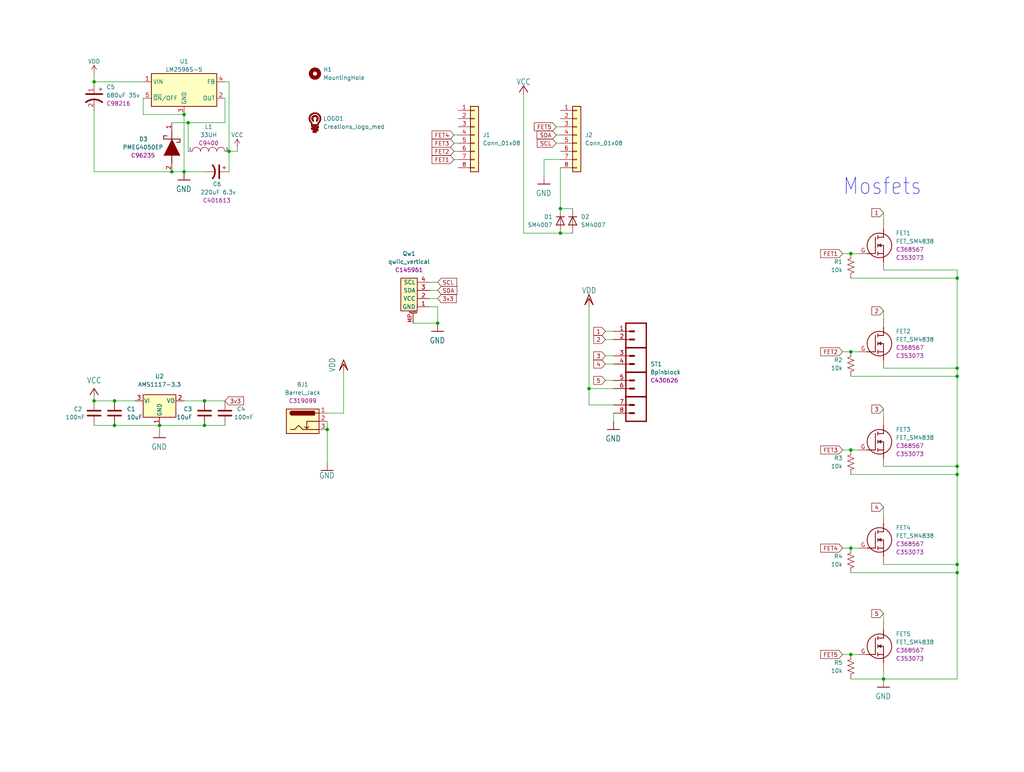
<source format=kicad_sch>
(kicad_sch (version 20211123) (generator eeschema)
  (paper "User" 317.957 239.649)
  (lib_symbols
    (symbol "Austins creations:680uF 35v"
      (property "Reference" "C" (at 0 16.51 0))
      (property "Value" "680uF 35v" (at 0 13.97 0))
      (property "part #" "C98216" (at 0 11.43 0))
      (symbol "680uF 35v_1_1"
        (pin passive line (at 0 3.81 270) (length 2.54) (name "~") (number "1"))
        (pin passive line (at 0 -3.81 90) (length 3.302) (name "~") (number "2"))
      )
    )
    (symbol "Austins creations:8pinblock"
      (property "Reference" "ST" (at -8.89 2.54 0))
      (property "Value" "8pinblock" (at -8.89 0 0))
      (property "part #" "C430626" (at -8.89 -2.54 0))
      (symbol "8pinblock_1_0"
        (pin bidirectional line (at 7.62 12.7 180) (length 5.08) (name "1") (number "1"))
        (pin bidirectional line (at 7.62 10.16 180) (length 5.08) (name "2") (number "2"))
        (pin bidirectional line (at 7.62 5.08 180) (length 5.08) (name "3") (number "3"))
        (pin bidirectional line (at 7.62 2.54 180) (length 5.08) (name "4") (number "4"))
        (pin bidirectional line (at 7.62 -2.54 180) (length 5.08) (name "5") (number "5"))
        (pin bidirectional line (at 7.62 -5.08 180) (length 5.08) (name "6") (number "6"))
        (pin bidirectional line (at 7.62 -10.16 180) (length 5.08) (name "7") (number "7"))
        (pin bidirectional line (at 7.62 -12.7 180) (length 5.08) (name "8") (number "8"))
      )
    )
    (symbol "Austins creations:Barrel_Jack"
      (property "Reference" "BJ" (at -11.43 2.54 0))
      (property "Value" "Barrel_Jack" (at -11.43 0 0))
      (property "part #" "C319099" (at -11.43 -2.54 0))
      (symbol "Barrel_Jack_1_1"
        (pin passive line (at 7.62 2.54 180) (length 2.54) (name "~") (number "1"))
        (pin passive line (at 7.62 0 180) (length 2.54) (name "~") (number "2"))
        (pin passive line (at 7.62 -2.54 180) (length 2.54) (name "~") (number "3"))
      )
    )
    (symbol "Austins creations:FET_SM4838"
      (property "Reference" "FET" (at 10.16 1.27 0))
      (property "Value" "FET_SM4838" (at 10.16 -1.27 0))
      (property "part #" "C368567" (at 10.16 -3.81 0))
      (property "part # ex" "C353073" (at 10.16 -6.35 0))
      (symbol "FET_SM4838_1_0"
        (pin bidirectional line (at 1.27 7.62 270) (length 2.54) (name "D") (number "D"))
        (pin bidirectional line (at -6.35 -2.54 0) (length 2.54) (name "G") (number "G"))
        (pin bidirectional line (at 1.27 -7.62 90) (length 2.54) (name "S") (number "S"))
      )
    )
    (symbol "Austins creations:PMEG4050EP"
      (property "Reference" "D" (at 0 8.89 0))
      (property "Value" "PMEG4050EP" (at 0 6.35 0))
      (property "part #" "C96235" (at 0 3.81 0))
      (symbol "PMEG4050EP_1_0"
        (pin bidirectional line (at -7.62 0 0) (length 2.54) (name "K") (number "1"))
        (pin bidirectional line (at 7.62 0 180) (length 2.54) (name "A") (number "2"))
      )
    )
    (symbol "Austins creations:qwiic_vertical"
      (property "Reference" "Qw" (at 0 11.43 0))
      (property "Value" "qwiic_vertical" (at 0 8.89 0))
      (property "part #" "C145961" (at 0 6.35 0))
      (symbol "qwiic_vertical_1_1"
        (text "Mounting" (at 1.27 -5.461 0) (effects (font (size 0.381 0.381))))
        (pin passive line (at -3.81 -3.81 0) (length 3.81) (name "GND") (number "1"))
        (pin passive line (at -3.81 -1.27 0) (length 3.81) (name "VCC") (number "2"))
        (pin passive line (at -3.81 1.27 0) (length 3.81) (name "SDA") (number "3"))
        (pin passive line (at -3.81 3.81 0) (length 3.81) (name "SCL") (number "4"))
        (pin passive line (at 1.27 -8.89 90) (length 3.048) (name "") (number "MP"))
      )
    )
    (symbol "Connector_Generic:Conn_01x08" (pin_names (offset 1.016) hide)
      (property "Reference" "J" (at 0 10.16 0))
      (property "Value" "Conn_01x08" (at 0 -12.7 0))
      (symbol "Conn_01x08_1_1"
        (pin passive line (at -5.08 7.62 0) (length 3.81) (name "Pin_1") (number "1"))
        (pin passive line (at -5.08 5.08 0) (length 3.81) (name "Pin_2") (number "2"))
        (pin passive line (at -5.08 2.54 0) (length 3.81) (name "Pin_3") (number "3"))
        (pin passive line (at -5.08 0 0) (length 3.81) (name "Pin_4") (number "4"))
        (pin passive line (at -5.08 -2.54 0) (length 3.81) (name "Pin_5") (number "5"))
        (pin passive line (at -5.08 -5.08 0) (length 3.81) (name "Pin_6") (number "6"))
        (pin passive line (at -5.08 -7.62 0) (length 3.81) (name "Pin_7") (number "7"))
        (pin passive line (at -5.08 -10.16 0) (length 3.81) (name "Pin_8") (number "8"))
      )
    )
    (symbol "Device:C" (pin_numbers hide) (pin_names (offset 0.254))
      (property "Reference" "C" (at 0.635 2.54 0))
      (property "Value" "C" (at 0.635 -2.54 0))
      (symbol "C_1_1"
        (pin passive line (at 0 3.81 270) (length 2.794) (name "~") (number "1"))
        (pin passive line (at 0 -3.81 90) (length 2.794) (name "~") (number "2"))
      )
    )
    (symbol "Device:C_Polarized_US" (pin_numbers hide) (pin_names (offset 0.254) hide)
      (property "Reference" "C" (at 0.635 2.54 0))
      (property "Value" "C_Polarized_US" (at 0.635 -2.54 0))
      (symbol "C_Polarized_US_1_1"
        (pin passive line (at 0 3.81 270) (length 2.794) (name "~") (number "1"))
        (pin passive line (at 0 -3.81 90) (length 3.302) (name "~") (number "2"))
      )
    )
    (symbol "Device:R_US" (pin_numbers hide) (pin_names (offset 0))
      (property "Reference" "R" (at 2.54 0 90))
      (property "Value" "R_US" (at -2.54 0 90))
      (symbol "R_US_1_1"
        (pin passive line (at 0 3.81 270) (length 1.27) (name "~") (number "1"))
        (pin passive line (at 0 -3.81 90) (length 1.27) (name "~") (number "2"))
      )
    )
    (symbol "Diode:SM4007" (pin_numbers hide) (pin_names (offset 1.016) hide)
      (property "Reference" "D" (at 0 2.54 0))
      (property "Value" "SM4007" (at 0 -2.54 0))
      (symbol "SM4007_1_1"
        (pin passive line (at -3.81 0 0) (length 2.54) (name "K") (number "1"))
        (pin passive line (at 3.81 0 180) (length 2.54) (name "A") (number "2"))
      )
    )
    (symbol "Mechanical:MountingHole" (pin_names (offset 1.016))
      (property "Reference" "H" (at 0 5.08 0))
      (property "Value" "MountingHole" (at 0 3.175 0))
    )
    (symbol "PWM sheild d1 mini v1-eagle-import:GND" (power)
      (property "Value" "GND" (at -2.54 -2.54 0))
      (symbol "GND_1_0"
        (pin power_in line (at 0 2.54 270) (length 2.54) (name "GND") (number "1"))
      )
    )
    (symbol "PWM sheild d1 mini v1-eagle-import:VCC" (power)
      (property "Value" "VCC" (at -2.54 -2.54 90))
      (symbol "VCC_1_0"
        (pin power_in line (at 0 -2.54 90) (length 2.54) (name "VCC") (number "1"))
      )
    )
    (symbol "PWM sheild d1 mini v1-eagle-import:VDD" (power)
      (property "Value" "VDD" (at -2.54 -2.54 90))
      (symbol "VDD_1_0"
        (pin power_in line (at 0 -2.54 90) (length 2.54) (name "VDD") (number "1"))
      )
    )
    (symbol "Regulator_Linear:AMS1117-3.3" (pin_names (offset 0.254))
      (property "Reference" "U" (at -3.81 3.175 0))
      (property "Value" "AMS1117-3.3" (at 0 3.175 0))
      (symbol "AMS1117-3.3_1_1"
        (pin power_in line (at 0 -7.62 90) (length 2.54) (name "GND") (number "1"))
        (pin power_out line (at 7.62 0 180) (length 2.54) (name "VO") (number "2"))
        (pin power_in line (at -7.62 0 0) (length 2.54) (name "VI") (number "3"))
      )
    )
    (symbol "Regulator_Switching:LM2596S-5"
      (property "Reference" "U" (at -10.16 6.35 0))
      (property "Value" "LM2596S-5" (at 0 6.35 0))
      (symbol "LM2596S-5_1_1"
        (pin power_in line (at -12.7 2.54 0) (length 2.54) (name "VIN") (number "1"))
        (pin output line (at 12.7 -2.54 180) (length 2.54) (name "OUT") (number "2"))
        (pin power_in line (at 0 -7.62 90) (length 2.54) (name "GND") (number "3"))
        (pin input line (at 12.7 2.54 180) (length 2.54) (name "FB") (number "4"))
        (pin input line (at -12.7 -2.54 0) (length 2.54) (name "~{ON}/OFF") (number "5"))
      )
    )
    (symbol "logos:Creations_logo_med"
      (property "Reference" "LOGO" (at 0 6.35 0))
      (property "Value" "Creations_logo_med" (at 0 3.81 0))
    )
    (symbol "power:VCC" (power) (pin_names (offset 0))
      (property "Value" "VCC" (at 0 3.81 0))
      (symbol "VCC_1_1"
        (pin power_in line (at 0 0 90) (length 0) hide (name "VCC") (number "1"))
      )
    )
    (symbol "power:VDD" (power) (pin_names (offset 0))
      (property "Value" "VDD" (at 0 3.81 0))
      (symbol "VDD_1_1"
        (pin power_in line (at 0 0 90) (length 0) hide (name "VDD") (number "1"))
      )
    )
    (symbol "pspice:INDUCTOR" (pin_numbers hide) (pin_names (offset 0))
      (property "Reference" "L" (at 0 2.54 0))
      (property "Value" "INDUCTOR" (at 0 -1.27 0))
      (symbol "INDUCTOR_1_1"
        (pin input line (at -6.35 0 0) (length 1.27) (name "1") (number "1"))
        (pin input line (at 6.35 0 180) (length 1.27) (name "2") (number "2"))
      )
    )
  )
  (junction (at 264.16 139.7))
  (junction (at 63.5 124.46))
  (junction (at 297.18 177.8))
  (junction (at 274.32 210.82))
  (junction (at 135.89 100.33))
  (junction (at 264.16 109.22))
  (junction (at 173.99 64.77))
  (junction (at 57.15 35.56))
  (junction (at 101.6 133.35))
  (junction (at 35.56 124.46))
  (junction (at 297.18 86.36))
  (junction (at 297.18 175.26))
  (junction (at 57.15 53.34))
  (junction (at 53.34 53.34))
  (junction (at 29.21 25.4))
  (junction (at 173.99 72.39))
  (junction (at 35.56 132.08))
  (junction (at 63.5 132.08))
  (junction (at 297.18 114.3))
  (junction (at 49.53 132.08))
  (junction (at 264.16 203.2))
  (junction (at 182.88 120.65))
  (junction (at 71.12 46.99))
  (junction (at 297.18 116.84))
  (junction (at 29.21 124.46))
  (junction (at 264.16 78.74))
  (junction (at 264.16 170.18))
  (junction (at 58.42 38.1))
  (junction (at 297.18 144.78))
  (junction (at 297.18 147.32))
  (wire (pts (xy 44.45 35.56) (xy 57.15 35.56)))
  (wire (pts (xy 29.21 124.46) (xy 35.56 124.46)))
  (wire (pts (xy 58.42 38.1) (xy 69.85 38.1)))
  (wire (pts (xy 58.42 46.99) (xy 58.42 38.1)))
  (wire (pts (xy 29.21 53.34) (xy 53.34 53.34)))
  (wire (pts (xy 49.53 132.08) (xy 63.5 132.08)))
  (wire (pts (xy 274.32 175.26) (xy 297.18 175.26)))
  (wire (pts (xy 297.18 177.8) (xy 297.18 210.82)))
  (wire (pts (xy 71.12 46.99) (xy 71.12 53.34)))
  (wire (pts (xy 162.56 29.21) (xy 162.56 72.39)))
  (wire (pts (xy 264.16 116.84) (xy 297.18 116.84)))
  (wire (pts (xy 182.88 125.73) (xy 190.5 125.73)))
  (wire (pts (xy 297.18 177.8) (xy 297.18 175.26)))
  (wire (pts (xy 29.21 22.86) (xy 29.21 25.4)))
  (wire (pts (xy 133.35 92.71) (xy 135.89 92.71)))
  (wire (pts (xy 140.97 41.91) (xy 142.24 41.91)))
  (wire (pts (xy 261.62 78.74) (xy 264.16 78.74)))
  (wire (pts (xy 44.45 25.4) (xy 29.21 25.4)))
  (wire (pts (xy 172.72 39.37) (xy 173.99 39.37)))
  (wire (pts (xy 101.6 128.27) (xy 106.68 128.27)))
  (wire (pts (xy 274.32 193.04) (xy 274.32 190.5)))
  (wire (pts (xy 264.16 86.36) (xy 297.18 86.36)))
  (wire (pts (xy 264.16 177.8) (xy 297.18 177.8)))
  (wire (pts (xy 29.21 132.08) (xy 35.56 132.08)))
  (wire (pts (xy 264.16 170.18) (xy 266.7 170.18)))
  (wire (pts (xy 177.8 64.77) (xy 173.99 64.77)))
  (wire (pts (xy 190.5 113.03) (xy 187.96 113.03)))
  (wire (pts (xy 133.35 95.25) (xy 135.89 95.25)))
  (wire (pts (xy 297.18 116.84) (xy 297.18 114.3)))
  (wire (pts (xy 71.12 25.4) (xy 71.12 46.99)))
  (wire (pts (xy 274.32 144.78) (xy 297.18 144.78)))
  (wire (pts (xy 29.21 123.19) (xy 29.21 124.46)))
  (wire (pts (xy 101.6 130.81) (xy 101.6 133.35)))
  (wire (pts (xy 261.62 139.7) (xy 264.16 139.7)))
  (wire (pts (xy 264.16 109.22) (xy 266.7 109.22)))
  (wire (pts (xy 140.97 46.99) (xy 142.24 46.99)))
  (wire (pts (xy 274.32 114.3) (xy 297.18 114.3)))
  (wire (pts (xy 168.91 49.53) (xy 168.91 54.61)))
  (wire (pts (xy 190.5 102.87) (xy 187.96 102.87)))
  (wire (pts (xy 297.18 147.32) (xy 297.18 144.78)))
  (wire (pts (xy 128.27 100.33) (xy 135.89 100.33)))
  (wire (pts (xy 29.21 34.29) (xy 29.21 53.34)))
  (wire (pts (xy 140.97 44.45) (xy 142.24 44.45)))
  (wire (pts (xy 274.32 160.02) (xy 274.32 157.48)))
  (wire (pts (xy 264.16 147.32) (xy 297.18 147.32)))
  (wire (pts (xy 29.21 25.4) (xy 29.21 26.67)))
  (wire (pts (xy 190.5 105.41) (xy 187.96 105.41)))
  (wire (pts (xy 133.35 87.63) (xy 135.89 87.63)))
  (wire (pts (xy 140.97 49.53) (xy 142.24 49.53)))
  (wire (pts (xy 264.16 203.2) (xy 266.7 203.2)))
  (wire (pts (xy 297.18 116.84) (xy 297.18 144.78)))
  (wire (pts (xy 57.15 53.34) (xy 63.5 53.34)))
  (wire (pts (xy 73.66 46.99) (xy 71.12 46.99)))
  (wire (pts (xy 274.32 99.06) (xy 274.32 96.52)))
  (wire (pts (xy 133.35 90.17) (xy 135.89 90.17)))
  (wire (pts (xy 182.88 120.65) (xy 182.88 125.73)))
  (wire (pts (xy 73.66 45.72) (xy 73.66 46.99)))
  (wire (pts (xy 44.45 30.48) (xy 44.45 35.56)))
  (wire (pts (xy 172.72 41.91) (xy 173.99 41.91)))
  (wire (pts (xy 35.56 124.46) (xy 41.91 124.46)))
  (wire (pts (xy 190.5 110.49) (xy 187.96 110.49)))
  (wire (pts (xy 172.72 44.45) (xy 173.99 44.45)))
  (wire (pts (xy 173.99 52.07) (xy 173.99 64.77)))
  (wire (pts (xy 162.56 72.39) (xy 173.99 72.39)))
  (wire (pts (xy 297.18 86.36) (xy 297.18 114.3)))
  (wire (pts (xy 173.99 72.39) (xy 177.8 72.39)))
  (wire (pts (xy 57.15 35.56) (xy 57.15 53.34)))
  (wire (pts (xy 106.68 128.27) (xy 106.68 115.57)))
  (wire (pts (xy 261.62 170.18) (xy 264.16 170.18)))
  (wire (pts (xy 69.85 38.1) (xy 69.85 30.48)))
  (wire (pts (xy 63.5 132.08) (xy 69.85 132.08)))
  (wire (pts (xy 264.16 210.82) (xy 274.32 210.82)))
  (wire (pts (xy 297.18 83.82) (xy 274.32 83.82)))
  (wire (pts (xy 264.16 78.74) (xy 266.7 78.74)))
  (wire (pts (xy 190.5 118.11) (xy 187.96 118.11)))
  (wire (pts (xy 182.88 120.65) (xy 182.88 95.25)))
  (wire (pts (xy 53.34 38.1) (xy 58.42 38.1)))
  (wire (pts (xy 274.32 129.54) (xy 274.32 127)))
  (wire (pts (xy 297.18 86.36) (xy 297.18 83.82)))
  (wire (pts (xy 63.5 124.46) (xy 69.85 124.46)))
  (wire (pts (xy 264.16 139.7) (xy 266.7 139.7)))
  (wire (pts (xy 173.99 49.53) (xy 168.91 49.53)))
  (wire (pts (xy 261.62 203.2) (xy 264.16 203.2)))
  (wire (pts (xy 135.89 95.25) (xy 135.89 100.33)))
  (wire (pts (xy 57.15 124.46) (xy 63.5 124.46)))
  (wire (pts (xy 274.32 208.28) (xy 274.32 210.82)))
  (wire (pts (xy 35.56 132.08) (xy 49.53 132.08)))
  (wire (pts (xy 53.34 53.34) (xy 57.15 53.34)))
  (wire (pts (xy 101.6 133.35) (xy 101.6 143.51)))
  (wire (pts (xy 274.32 68.58) (xy 274.32 66.04)))
  (wire (pts (xy 190.5 128.27) (xy 190.5 130.81)))
  (wire (pts (xy 261.62 109.22) (xy 264.16 109.22)))
  (wire (pts (xy 182.88 120.65) (xy 190.5 120.65)))
  (wire (pts (xy 274.32 210.82) (xy 297.18 210.82)))
  (wire (pts (xy 49.53 133.35) (xy 49.53 132.08)))
  (wire (pts (xy 69.85 25.4) (xy 71.12 25.4)))
  (wire (pts (xy 297.18 147.32) (xy 297.18 175.26)))
  (text "Mosfets" (at 261.62 60.96 180) (effects (font (size 5.08 4.318)) (justify left bottom)))
  (global_label "FET1" (shape input) (at 140.97 49.53 180) (property "Intersheet References" "${INTERSHEET_REFS}" (effects hide)))
  (global_label "4" (shape input) (at 274.32 157.48 180) (property "Intersheet References" "${INTERSHEET_REFS}" (effects hide)))
  (global_label "FET2" (shape input) (at 261.62 109.22 180) (property "Intersheet References" "${INTERSHEET_REFS}" (effects hide)))
  (global_label "1" (shape input) (at 274.32 66.04 180) (property "Intersheet References" "${INTERSHEET_REFS}" (effects hide)))
  (global_label "SDA" (shape input) (at 172.72 41.91 180) (property "Intersheet References" "${INTERSHEET_REFS}" (effects hide)))
  (global_label "5" (shape input) (at 274.32 190.5 180) (property "Intersheet References" "${INTERSHEET_REFS}" (effects hide)))
  (global_label "3v3" (shape input) (at 69.85 124.46 0) (property "Intersheet References" "${INTERSHEET_REFS}" (effects hide)))
  (global_label "FET3" (shape input) (at 261.62 139.7 180) (property "Intersheet References" "${INTERSHEET_REFS}" (effects hide)))
  (global_label "3" (shape input) (at 274.32 127 180) (property "Intersheet References" "${INTERSHEET_REFS}" (effects hide)))
  (global_label "3" (shape input) (at 187.96 110.49 180) (property "Intersheet References" "${INTERSHEET_REFS}" (effects hide)))
  (global_label "1" (shape input) (at 187.96 102.87 180) (property "Intersheet References" "${INTERSHEET_REFS}" (effects hide)))
  (global_label "4" (shape input) (at 187.96 113.03 180) (property "Intersheet References" "${INTERSHEET_REFS}" (effects hide)))
  (global_label "FET2" (shape input) (at 140.97 46.99 180) (property "Intersheet References" "${INTERSHEET_REFS}" (effects hide)))
  (global_label "SDA" (shape input) (at 135.89 90.17 0) (property "Intersheet References" "${INTERSHEET_REFS}" (effects hide)))
  (global_label "FET5" (shape input) (at 172.72 39.37 180) (property "Intersheet References" "${INTERSHEET_REFS}" (effects hide)))
  (global_label "SCL" (shape input) (at 135.89 87.63 0) (property "Intersheet References" "${INTERSHEET_REFS}" (effects hide)))
  (global_label "2" (shape input) (at 187.96 105.41 180) (property "Intersheet References" "${INTERSHEET_REFS}" (effects hide)))
  (global_label "FET4" (shape input) (at 140.97 41.91 180) (property "Intersheet References" "${INTERSHEET_REFS}" (effects hide)))
  (global_label "2" (shape input) (at 274.32 96.52 180) (property "Intersheet References" "${INTERSHEET_REFS}" (effects hide)))
  (global_label "FET5" (shape input) (at 261.62 203.2 180) (property "Intersheet References" "${INTERSHEET_REFS}" (effects hide)))
  (global_label "FET3" (shape input) (at 140.97 44.45 180) (property "Intersheet References" "${INTERSHEET_REFS}" (effects hide)))
  (global_label "FET4" (shape input) (at 261.62 170.18 180) (property "Intersheet References" "${INTERSHEET_REFS}" (effects hide)))
  (global_label "3v3" (shape input) (at 135.89 92.71 0) (property "Intersheet References" "${INTERSHEET_REFS}" (effects hide)))
  (global_label "FET1" (shape input) (at 261.62 78.74 180) (property "Intersheet References" "${INTERSHEET_REFS}" (effects hide)))
  (global_label "5" (shape input) (at 187.96 118.11 180) (property "Intersheet References" "${INTERSHEET_REFS}" (effects hide)))
  (global_label "SCL" (shape input) (at 172.72 44.45 180) (property "Intersheet References" "${INTERSHEET_REFS}" (effects hide)))
  (symbol (lib_id "PWM sheild d1 mini v1-eagle-import:GND") (at 135.89 102.87 0) (unit 1)
    (property "Reference" "#GND02" (effects hide))
    (property "Value" "GND" (at 133.35 106.68 0) (effects (font (size 1.778 1.5113)) (justify left bottom)))
  )
  (symbol (lib_id "PWM sheild d1 mini v1-eagle-import:GND") (at 274.32 213.36 0) (unit 1)
    (property "Reference" "#GND014" (effects hide))
    (property "Value" "GND" (at 271.78 217.17 0) (effects (font (size 1.778 1.5113)) (justify left bottom)))
  )
  (symbol (lib_id "Device:C") (at 69.85 128.27 0) (mirror y) (unit 1)
    (property "Reference" "C4" (at 76.2 127 0) (effects (justify left)))
    (property "Value" "100nF" (at 78.74 129.54 0) (effects (justify left)))
    (property "Footprint" "Capacitor_SMD:C_0603_1608Metric" (effects hide))
  )
  (symbol (lib_id "Device:C") (at 35.56 128.27 0) (unit 1)
    (property "Reference" "C1" (at 39.37 126.9999 0) (effects (justify left)))
    (property "Value" "10uF" (at 39.37 129.5399 0) (effects (justify left)))
    (property "Footprint" "Capacitor_SMD:C_0603_1608Metric" (effects hide))
  )
  (symbol (lib_id "Austins creations:qwiic_vertical") (at 129.54 91.44 0) (mirror y) (unit 1)
    (property "Reference" "Qw1" (at 127 78.74 0))
    (property "Value" "qwiic_vertical" (at 127 81.28 0))
    (property "Footprint" "Austins creations:qwiic vertical" (effects hide))
    (property "part #" "C145961" (at 127 83.82 0))
  )
  (symbol (lib_id "Device:C") (at 29.21 128.27 0) (unit 1)
    (property "Reference" "C2" (at 22.86 127 0) (effects (justify left)))
    (property "Value" "100nF" (at 20.32 129.54 0) (effects (justify left)))
    (property "Footprint" "Capacitor_SMD:C_0603_1608Metric" (effects hide))
  )
  (symbol (lib_id "Diode:SM4007") (at 173.99 68.58 90) (mirror x) (unit 1)
    (property "Reference" "D1" (at 168.91 67.31 90) (effects (justify right)))
    (property "Value" "SM4007" (at 163.83 69.85 90) (effects (justify right)))
    (property "Footprint" "Diode_SMD:D_SOD-123F" (effects hide))
    (property "Datasheet" "http://cdn-reichelt.de/documents/datenblatt/A400/SMD1N400%23DIO.pdf" (effects hide))
  )
  (symbol (lib_id "Device:R_US") (at 264.16 113.03 0) (mirror x) (unit 1)
    (property "Reference" "R2" (at 261.62 111.7599 0) (effects (justify right)))
    (property "Value" "10k" (at 261.62 114.2999 0) (effects (justify right)))
    (property "Footprint" "Resistor_SMD:R_0603_1608Metric" (effects hide))
  )
  (symbol (lib_id "Austins creations:FET_SM4838") (at 273.05 76.2 0) (unit 1)
    (property "Reference" "FET1" (at 278.13 72.3899 0) (effects (justify left)))
    (property "Value" "FET_SM4838" (at 278.13 74.9299 0) (effects (justify left)))
    (property "Footprint" "Austins creations:FET SM4838" (effects hide))
    (property "part #" "C368567" (at 278.13 77.4699 0) (effects (justify left)))
    (property "part # ex" "C353073" (at 278.13 80.0099 0) (effects (justify left)))
  )
  (symbol (lib_id "Regulator_Switching:LM2596S-5") (at 57.15 27.94 0) (unit 1)
    (property "Reference" "U1" (at 57.15 19.05 0))
    (property "Value" "LM2596S-5" (at 57.15 21.59 0))
    (property "Footprint" "Package_TO_SOT_SMD:TO-263-5_TabPin3" (effects hide))
    (property "Datasheet" "http://www.ti.com/lit/ds/symlink/lm2596.pdf" (effects hide))
  )
  (symbol (lib_id "PWM sheild d1 mini v1-eagle-import:GND") (at 57.15 55.88 0) (unit 1)
    (property "Reference" "#GND0103" (effects hide))
    (property "Value" "GND" (at 54.61 59.69 0) (effects (font (size 1.778 1.5113)) (justify left bottom)))
  )
  (symbol (lib_id "Connector_Generic:Conn_01x08") (at 179.07 41.91 0) (unit 1)
    (property "Reference" "J2" (at 181.61 41.9099 0) (effects (justify left)))
    (property "Value" "Conn_01x08" (at 181.61 44.4499 0) (effects (justify left)))
    (property "Footprint" "Connector_PinSocket_2.54mm:PinSocket_1x08_P2.54mm_Vertical" (effects hide))
  )
  (symbol (lib_id "Device:R_US") (at 264.16 143.51 0) (mirror x) (unit 1)
    (property "Reference" "R3" (at 261.62 142.2399 0) (effects (justify right)))
    (property "Value" "10k" (at 261.62 144.7799 0) (effects (justify right)))
    (property "Footprint" "Resistor_SMD:R_0603_1608Metric" (effects hide))
  )
  (symbol (lib_id "power:VDD") (at 29.21 22.86 0) (unit 1)
    (property "Reference" "#PWR01" (effects hide))
    (property "Value" "VDD" (at 29.21 19.05 0))
  )
  (symbol (lib_id "Device:R_US") (at 264.16 82.55 0) (mirror x) (unit 1)
    (property "Reference" "R1" (at 261.62 81.2799 0) (effects (justify right)))
    (property "Value" "10k" (at 261.62 83.8199 0) (effects (justify right)))
    (property "Footprint" "Resistor_SMD:R_0603_1608Metric" (effects hide))
  )
  (symbol (lib_id "PWM sheild d1 mini v1-eagle-import:VDD") (at 106.68 113.03 0) (unit 1)
    (property "Reference" "#VDD0102" (effects hide))
    (property "Value" "VDD" (at 104.14 115.57 90) (effects (font (size 1.778 1.5113)) (justify left bottom)))
  )
  (symbol (lib_id "pspice:INDUCTOR") (at 64.77 46.99 0) (unit 1)
    (property "Reference" "L1" (at 64.77 39.37 0))
    (property "Value" " 33UH" (at 64.77 41.91 0))
    (property "Footprint" "Inductor_SMD:L_12x12mm_H8mm" (effects hide))
    (property "part #" "C9400" (at 64.77 44.45 0))
  )
  (symbol (lib_id "PWM sheild d1 mini v1-eagle-import:GND") (at 49.53 135.89 0) (unit 1)
    (property "Reference" "#GND0104" (effects hide))
    (property "Value" "GND" (at 46.99 139.7 0) (effects (font (size 1.778 1.5113)) (justify left bottom)))
  )
  (symbol (lib_id "Mechanical:MountingHole") (at 97.79 22.86 0) (unit 1)
    (property "Reference" "H1" (at 100.33 21.5899 0) (effects (justify left)))
    (property "Value" "MountingHole" (at 100.33 24.1299 0) (effects (justify left)))
    (property "Footprint" "MountingHole:MountingHole_3.2mm_M3" (effects hide))
  )
  (symbol (lib_id "PWM sheild d1 mini v1-eagle-import:VCC") (at 29.21 120.65 0) (unit 1)
    (property "Reference" "#P+0101" (effects hide))
    (property "Value" "VCC" (at 29.21 118.11 0) (effects (font (size 1.778 1.5113))))
  )
  (symbol (lib_id "Device:C_Polarized_US") (at 67.31 53.34 270) (unit 1)
    (property "Reference" "C6" (at 66.04 57.15 90) (effects (justify left)))
    (property "Value" "220uF 6.3v" (at 62.23 59.69 90) (effects (justify left)))
    (property "Footprint" "Capacitor_SMD:CP_Elec_8x6.2" (effects hide))
    (property "part #" "C401613" (at 67.31 62.23 90))
  )
  (symbol (lib_id "Austins creations:8pinblock") (at 198.12 115.57 0) (mirror y) (unit 1)
    (property "Reference" "ST1" (at 201.93 113.0299 0) (effects (justify right)))
    (property "Value" "8pinblock" (at 201.93 115.5699 0) (effects (justify right)))
    (property "Footprint" "Austins creations:8pinblock" (effects hide))
    (property "part #" "C430626" (at 201.93 118.1099 0) (effects (justify right)))
  )
  (symbol (lib_id "Austins creations:680uF 35v") (at 29.21 30.48 0) (unit 1)
    (property "Reference" "C5" (at 33.02 27.0509 0) (effects (justify left)))
    (property "Value" "680uF 35v" (at 33.02 29.5909 0) (effects (justify left)))
    (property "Footprint" "Austins creations:large capacitor 12.5d 13.5h" (effects hide))
    (property "part #" "C98216" (at 33.02 32.1309 0) (effects (justify left)))
  )
  (symbol (lib_id "Connector_Generic:Conn_01x08") (at 147.32 41.91 0) (unit 1)
    (property "Reference" "J1" (at 149.86 41.9099 0) (effects (justify left)))
    (property "Value" "Conn_01x08" (at 149.86 44.4499 0) (effects (justify left)))
    (property "Footprint" "Connector_PinSocket_2.54mm:PinSocket_1x08_P2.54mm_Vertical" (effects hide))
  )
  (symbol (lib_id "Austins creations:FET_SM4838") (at 273.05 137.16 0) (unit 1)
    (property "Reference" "FET3" (at 278.13 133.3499 0) (effects (justify left)))
    (property "Value" "FET_SM4838" (at 278.13 135.8899 0) (effects (justify left)))
    (property "Footprint" "Austins creations:FET SM4838" (effects hide))
    (property "part #" "C368567" (at 278.13 138.4299 0) (effects (justify left)))
    (property "part # ex" "C353073" (at 278.13 140.9699 0) (effects (justify left)))
  )
  (symbol (lib_id "Device:R_US") (at 264.16 173.99 0) (mirror x) (unit 1)
    (property "Reference" "R4" (at 261.62 172.7199 0) (effects (justify right)))
    (property "Value" "10k" (at 261.62 175.2599 0) (effects (justify right)))
    (property "Footprint" "Resistor_SMD:R_0603_1608Metric" (effects hide))
  )
  (symbol (lib_id "logos:Creations_logo_med") (at 97.79 36.83 0) (unit 1)
    (property "Reference" "LOGO1" (at 100.33 36.8045 0) (effects (justify left)))
    (property "Value" "Creations_logo_med" (at 100.33 39.3445 0) (effects (justify left)))
    (property "Footprint" "logos:Creations logo med" (effects hide))
  )
  (symbol (lib_id "Austins creations:FET_SM4838") (at 273.05 106.68 0) (unit 1)
    (property "Reference" "FET2" (at 278.13 102.8699 0) (effects (justify left)))
    (property "Value" "FET_SM4838" (at 278.13 105.4099 0) (effects (justify left)))
    (property "Footprint" "Austins creations:FET SM4838" (effects hide))
    (property "part #" "C368567" (at 278.13 107.9499 0) (effects (justify left)))
    (property "part # ex" "C353073" (at 278.13 110.4899 0) (effects (justify left)))
  )
  (symbol (lib_id "Austins creations:FET_SM4838") (at 273.05 200.66 0) (unit 1)
    (property "Reference" "FET5" (at 278.13 196.8499 0) (effects (justify left)))
    (property "Value" "FET_SM4838" (at 278.13 199.3899 0) (effects (justify left)))
    (property "Footprint" "Austins creations:FET SM4838" (effects hide))
    (property "part #" "C368567" (at 278.13 201.9299 0) (effects (justify left)))
    (property "part # ex" "C353073" (at 278.13 204.4699 0) (effects (justify left)))
  )
  (symbol (lib_id "PWM sheild d1 mini v1-eagle-import:GND") (at 168.91 57.15 0) (unit 1)
    (property "Reference" "#GND01" (effects hide))
    (property "Value" "GND" (at 166.37 60.96 0) (effects (font (size 1.778 1.5113)) (justify left bottom)))
  )
  (symbol (lib_id "Austins creations:FET_SM4838") (at 273.05 167.64 0) (unit 1)
    (property "Reference" "FET4" (at 278.13 163.8299 0) (effects (justify left)))
    (property "Value" "FET_SM4838" (at 278.13 166.3699 0) (effects (justify left)))
    (property "Footprint" "Austins creations:FET SM4838" (effects hide))
    (property "part #" "C368567" (at 278.13 168.9099 0) (effects (justify left)))
    (property "part # ex" "C353073" (at 278.13 171.4499 0) (effects (justify left)))
  )
  (symbol (lib_id "PWM sheild d1 mini v1-eagle-import:VDD") (at 182.88 92.71 0) (unit 1)
    (property "Reference" "#VDD0101" (effects hide))
    (property "Value" "VDD" (at 182.88 90.17 0) (effects (font (size 1.778 1.5113))))
  )
  (symbol (lib_id "Device:R_US") (at 264.16 207.01 0) (mirror x) (unit 1)
    (property "Reference" "R5" (at 261.62 205.7399 0) (effects (justify right)))
    (property "Value" "10k" (at 261.62 208.2799 0) (effects (justify right)))
    (property "Footprint" "Resistor_SMD:R_0603_1608Metric" (effects hide))
  )
  (symbol (lib_id "Austins creations:Barrel_Jack") (at 93.98 130.81 0) (unit 1)
    (property "Reference" "BJ1" (at 93.98 119.38 0))
    (property "Value" "Barrel_Jack" (at 93.98 121.92 0))
    (property "Footprint" "Austins creations:Barrel Jack" (effects hide))
    (property "part #" "C319099" (at 93.98 124.46 0))
  )
  (symbol (lib_id "Diode:SM4007") (at 177.8 68.58 270) (unit 1)
    (property "Reference" "D2" (at 180.34 67.3099 90) (effects (justify left)))
    (property "Value" "SM4007" (at 180.34 69.8499 90) (effects (justify left)))
    (property "Footprint" "Diode_SMD:D_SOD-123F" (effects hide))
    (property "Datasheet" "http://cdn-reichelt.de/documents/datenblatt/A400/SMD1N400%23DIO.pdf" (effects hide))
  )
  (symbol (lib_id "Austins creations:PMEG4050EP") (at 53.34 45.72 270) (unit 1)
    (property "Reference" "D3" (at 43.18 43.18 90) (effects (justify left)))
    (property "Value" "PMEG4050EP" (at 38.1 45.72 90) (effects (justify left)))
    (property "Footprint" "Austins creations:PMEG3050EP" (effects hide))
    (property "part #" "C96235" (at 40.64 48.26 90) (effects (justify left)))
  )
  (symbol (lib_id "power:VCC") (at 73.66 45.72 0) (unit 1)
    (property "Reference" "#PWR03" (effects hide))
    (property "Value" "VCC" (at 73.66 41.91 0))
  )
  (symbol (lib_id "Device:C") (at 63.5 128.27 0) (mirror y) (unit 1)
    (property "Reference" "C3" (at 59.69 126.9999 0) (effects (justify left)))
    (property "Value" "10uF" (at 59.69 129.5399 0) (effects (justify left)))
    (property "Footprint" "Capacitor_SMD:C_0603_1608Metric" (effects hide))
  )
  (symbol (lib_id "PWM sheild d1 mini v1-eagle-import:VCC") (at 162.56 26.67 0) (unit 1)
    (property "Reference" "#P+01" (effects hide))
    (property "Value" "VCC" (at 162.56 25.4 0) (effects (font (size 1.778 1.5113))))
  )
  (symbol (lib_id "Regulator_Linear:AMS1117-3.3") (at 49.53 124.46 0) (unit 1)
    (property "Reference" "U2" (at 49.53 116.84 0))
    (property "Value" "AMS1117-3.3" (at 49.53 119.38 0))
    (property "Footprint" "Package_TO_SOT_SMD:SOT-223-3_TabPin2" (effects hide))
    (property "Datasheet" "http://www.advanced-monolithic.com/pdf/ds1117.pdf" (effects hide))
  )
  (symbol (lib_id "PWM sheild d1 mini v1-eagle-import:GND") (at 190.5 133.35 0) (unit 1)
    (property "Reference" "#GND0101" (effects hide))
    (property "Value" "GND" (at 187.96 137.16 0) (effects (font (size 1.778 1.5113)) (justify left bottom)))
  )
  (symbol (lib_id "PWM sheild d1 mini v1-eagle-import:GND") (at 101.6 146.05 0) (unit 1)
    (property "Reference" "#GND0102" (effects hide))
    (property "Value" "GND" (at 99.06 148.59 0) (effects (font (size 1.778 1.5113)) (justify left bottom)))
  )
)
</source>
